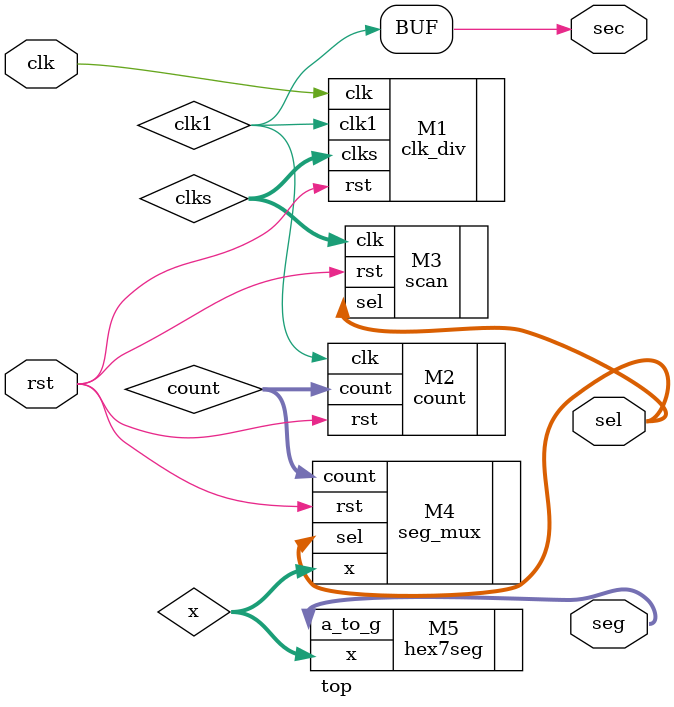
<source format=v>
`timescale 1ns / 1ps

module top(

    input clk,
    input rst,
    output wire [6:0]seg,
    output wire [3:0]sel,
    output sec   // for single led to display
);

//wire clk1;
wire [3:0]x;
wire [23:0]count;
wire [1:0]clks;
wire clk1;
assign sec = clk1;
clk_div M1(

    .clk(clk),
    .rst(rst),
    
    .clk1(clk1),  //1HZ clock
    .clks(clks)   //scan clock
);

count M2(

    .clk(clk1),
    .rst(rst),

    .count(count)  //6_bit_hex for hh:mm:ss
);


scan M3(

    .clk(clks),
    .rst(rst),
	 //.count(count),

    .sel(sel)

);

seg_mux M4(

	.count(count),
	.sel(sel),
	.rst(rst),
	
	.x(x)
);

hex7seg M5(

    .x(x),
    
    .a_to_g(seg)
);

endmodule 

</source>
